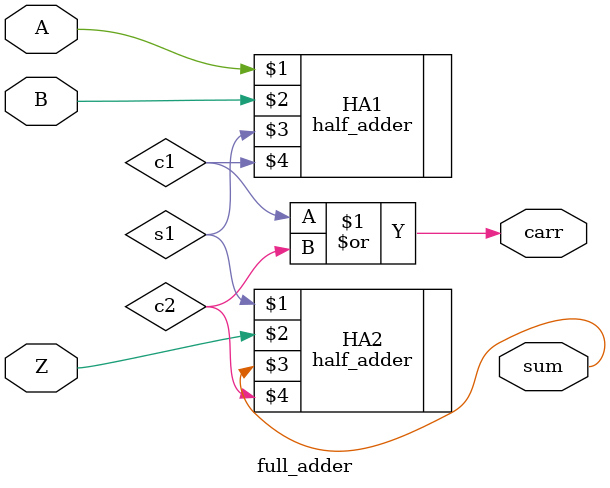
<source format=v>
/* Module for full adder using two half adders*/

`include "half_adder.v"

module full_adder(
    input A,
    input B,
    input Z,
    output sum,
    output carr
);

wire s1;
wire c1;
wire c2;

half_adder HA1(A,B,s1,c1);
half_adder HA2(s1,Z,sum,c2);

assign carr = c1|c2;

endmodule
</source>
